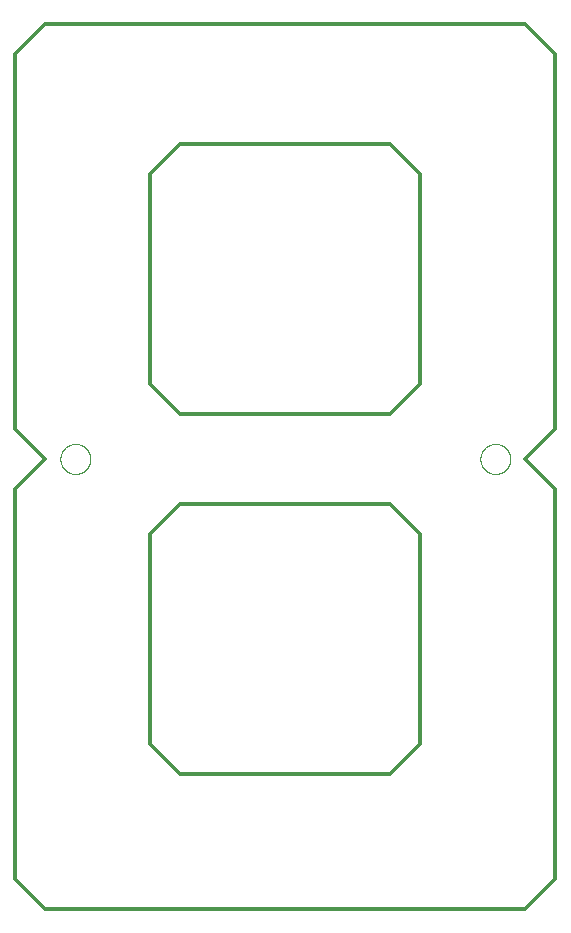
<source format=gm1>
G75*
%MOIN*%
%OFA0B0*%
%FSLAX25Y25*%
%IPPOS*%
%LPD*%
%AMOC8*
5,1,8,0,0,1.08239X$1,22.5*
%
%ADD10C,0.01200*%
%ADD11C,0.00000*%
D10*
X0026600Y0021600D02*
X0016600Y0031600D01*
X0016600Y0161600D01*
X0026600Y0171600D01*
X0016600Y0181600D01*
X0016600Y0306600D01*
X0026600Y0316600D01*
X0186600Y0316600D01*
X0196600Y0306600D01*
X0196600Y0181600D01*
X0186600Y0171600D01*
X0196600Y0161600D01*
X0196600Y0031600D01*
X0186600Y0021600D01*
X0026600Y0021600D01*
X0071600Y0066600D02*
X0061600Y0076600D01*
X0061600Y0146600D01*
X0071600Y0156600D01*
X0141600Y0156600D01*
X0151600Y0146600D01*
X0151600Y0076600D01*
X0141600Y0066600D01*
X0071600Y0066600D01*
X0071600Y0186600D02*
X0061600Y0196600D01*
X0061600Y0266600D01*
X0071600Y0276600D01*
X0141600Y0276600D01*
X0151600Y0266600D01*
X0151600Y0196600D01*
X0141600Y0186600D01*
X0071600Y0186600D01*
D11*
X0031600Y0171600D02*
X0031602Y0171741D01*
X0031608Y0171882D01*
X0031618Y0172022D01*
X0031632Y0172162D01*
X0031650Y0172302D01*
X0031671Y0172441D01*
X0031697Y0172580D01*
X0031726Y0172718D01*
X0031760Y0172854D01*
X0031797Y0172990D01*
X0031838Y0173125D01*
X0031883Y0173259D01*
X0031932Y0173391D01*
X0031984Y0173522D01*
X0032040Y0173651D01*
X0032100Y0173778D01*
X0032163Y0173904D01*
X0032229Y0174028D01*
X0032300Y0174151D01*
X0032373Y0174271D01*
X0032450Y0174389D01*
X0032530Y0174505D01*
X0032614Y0174618D01*
X0032700Y0174729D01*
X0032790Y0174838D01*
X0032883Y0174944D01*
X0032978Y0175047D01*
X0033077Y0175148D01*
X0033178Y0175246D01*
X0033282Y0175341D01*
X0033389Y0175433D01*
X0033498Y0175522D01*
X0033610Y0175607D01*
X0033724Y0175690D01*
X0033840Y0175770D01*
X0033959Y0175846D01*
X0034080Y0175918D01*
X0034202Y0175988D01*
X0034327Y0176053D01*
X0034453Y0176116D01*
X0034581Y0176174D01*
X0034711Y0176229D01*
X0034842Y0176281D01*
X0034975Y0176328D01*
X0035109Y0176372D01*
X0035244Y0176413D01*
X0035380Y0176449D01*
X0035517Y0176481D01*
X0035655Y0176510D01*
X0035793Y0176535D01*
X0035933Y0176555D01*
X0036073Y0176572D01*
X0036213Y0176585D01*
X0036354Y0176594D01*
X0036494Y0176599D01*
X0036635Y0176600D01*
X0036776Y0176597D01*
X0036917Y0176590D01*
X0037057Y0176579D01*
X0037197Y0176564D01*
X0037337Y0176545D01*
X0037476Y0176523D01*
X0037614Y0176496D01*
X0037752Y0176466D01*
X0037888Y0176431D01*
X0038024Y0176393D01*
X0038158Y0176351D01*
X0038292Y0176305D01*
X0038424Y0176256D01*
X0038554Y0176202D01*
X0038683Y0176145D01*
X0038810Y0176085D01*
X0038936Y0176021D01*
X0039059Y0175953D01*
X0039181Y0175882D01*
X0039301Y0175808D01*
X0039418Y0175730D01*
X0039533Y0175649D01*
X0039646Y0175565D01*
X0039757Y0175478D01*
X0039865Y0175387D01*
X0039970Y0175294D01*
X0040073Y0175197D01*
X0040173Y0175098D01*
X0040270Y0174996D01*
X0040364Y0174891D01*
X0040455Y0174784D01*
X0040543Y0174674D01*
X0040628Y0174562D01*
X0040710Y0174447D01*
X0040789Y0174330D01*
X0040864Y0174211D01*
X0040936Y0174090D01*
X0041004Y0173967D01*
X0041069Y0173842D01*
X0041131Y0173715D01*
X0041188Y0173586D01*
X0041243Y0173456D01*
X0041293Y0173325D01*
X0041340Y0173192D01*
X0041383Y0173058D01*
X0041422Y0172922D01*
X0041457Y0172786D01*
X0041489Y0172649D01*
X0041516Y0172511D01*
X0041540Y0172372D01*
X0041560Y0172232D01*
X0041576Y0172092D01*
X0041588Y0171952D01*
X0041596Y0171811D01*
X0041600Y0171670D01*
X0041600Y0171530D01*
X0041596Y0171389D01*
X0041588Y0171248D01*
X0041576Y0171108D01*
X0041560Y0170968D01*
X0041540Y0170828D01*
X0041516Y0170689D01*
X0041489Y0170551D01*
X0041457Y0170414D01*
X0041422Y0170278D01*
X0041383Y0170142D01*
X0041340Y0170008D01*
X0041293Y0169875D01*
X0041243Y0169744D01*
X0041188Y0169614D01*
X0041131Y0169485D01*
X0041069Y0169358D01*
X0041004Y0169233D01*
X0040936Y0169110D01*
X0040864Y0168989D01*
X0040789Y0168870D01*
X0040710Y0168753D01*
X0040628Y0168638D01*
X0040543Y0168526D01*
X0040455Y0168416D01*
X0040364Y0168309D01*
X0040270Y0168204D01*
X0040173Y0168102D01*
X0040073Y0168003D01*
X0039970Y0167906D01*
X0039865Y0167813D01*
X0039757Y0167722D01*
X0039646Y0167635D01*
X0039533Y0167551D01*
X0039418Y0167470D01*
X0039301Y0167392D01*
X0039181Y0167318D01*
X0039059Y0167247D01*
X0038936Y0167179D01*
X0038810Y0167115D01*
X0038683Y0167055D01*
X0038554Y0166998D01*
X0038424Y0166944D01*
X0038292Y0166895D01*
X0038158Y0166849D01*
X0038024Y0166807D01*
X0037888Y0166769D01*
X0037752Y0166734D01*
X0037614Y0166704D01*
X0037476Y0166677D01*
X0037337Y0166655D01*
X0037197Y0166636D01*
X0037057Y0166621D01*
X0036917Y0166610D01*
X0036776Y0166603D01*
X0036635Y0166600D01*
X0036494Y0166601D01*
X0036354Y0166606D01*
X0036213Y0166615D01*
X0036073Y0166628D01*
X0035933Y0166645D01*
X0035793Y0166665D01*
X0035655Y0166690D01*
X0035517Y0166719D01*
X0035380Y0166751D01*
X0035244Y0166787D01*
X0035109Y0166828D01*
X0034975Y0166872D01*
X0034842Y0166919D01*
X0034711Y0166971D01*
X0034581Y0167026D01*
X0034453Y0167084D01*
X0034327Y0167147D01*
X0034202Y0167212D01*
X0034080Y0167282D01*
X0033959Y0167354D01*
X0033840Y0167430D01*
X0033724Y0167510D01*
X0033610Y0167593D01*
X0033498Y0167678D01*
X0033389Y0167767D01*
X0033282Y0167859D01*
X0033178Y0167954D01*
X0033077Y0168052D01*
X0032978Y0168153D01*
X0032883Y0168256D01*
X0032790Y0168362D01*
X0032700Y0168471D01*
X0032614Y0168582D01*
X0032530Y0168695D01*
X0032450Y0168811D01*
X0032373Y0168929D01*
X0032300Y0169049D01*
X0032229Y0169172D01*
X0032163Y0169296D01*
X0032100Y0169422D01*
X0032040Y0169549D01*
X0031984Y0169678D01*
X0031932Y0169809D01*
X0031883Y0169941D01*
X0031838Y0170075D01*
X0031797Y0170210D01*
X0031760Y0170346D01*
X0031726Y0170482D01*
X0031697Y0170620D01*
X0031671Y0170759D01*
X0031650Y0170898D01*
X0031632Y0171038D01*
X0031618Y0171178D01*
X0031608Y0171318D01*
X0031602Y0171459D01*
X0031600Y0171600D01*
X0171600Y0171600D02*
X0171602Y0171741D01*
X0171608Y0171882D01*
X0171618Y0172022D01*
X0171632Y0172162D01*
X0171650Y0172302D01*
X0171671Y0172441D01*
X0171697Y0172580D01*
X0171726Y0172718D01*
X0171760Y0172854D01*
X0171797Y0172990D01*
X0171838Y0173125D01*
X0171883Y0173259D01*
X0171932Y0173391D01*
X0171984Y0173522D01*
X0172040Y0173651D01*
X0172100Y0173778D01*
X0172163Y0173904D01*
X0172229Y0174028D01*
X0172300Y0174151D01*
X0172373Y0174271D01*
X0172450Y0174389D01*
X0172530Y0174505D01*
X0172614Y0174618D01*
X0172700Y0174729D01*
X0172790Y0174838D01*
X0172883Y0174944D01*
X0172978Y0175047D01*
X0173077Y0175148D01*
X0173178Y0175246D01*
X0173282Y0175341D01*
X0173389Y0175433D01*
X0173498Y0175522D01*
X0173610Y0175607D01*
X0173724Y0175690D01*
X0173840Y0175770D01*
X0173959Y0175846D01*
X0174080Y0175918D01*
X0174202Y0175988D01*
X0174327Y0176053D01*
X0174453Y0176116D01*
X0174581Y0176174D01*
X0174711Y0176229D01*
X0174842Y0176281D01*
X0174975Y0176328D01*
X0175109Y0176372D01*
X0175244Y0176413D01*
X0175380Y0176449D01*
X0175517Y0176481D01*
X0175655Y0176510D01*
X0175793Y0176535D01*
X0175933Y0176555D01*
X0176073Y0176572D01*
X0176213Y0176585D01*
X0176354Y0176594D01*
X0176494Y0176599D01*
X0176635Y0176600D01*
X0176776Y0176597D01*
X0176917Y0176590D01*
X0177057Y0176579D01*
X0177197Y0176564D01*
X0177337Y0176545D01*
X0177476Y0176523D01*
X0177614Y0176496D01*
X0177752Y0176466D01*
X0177888Y0176431D01*
X0178024Y0176393D01*
X0178158Y0176351D01*
X0178292Y0176305D01*
X0178424Y0176256D01*
X0178554Y0176202D01*
X0178683Y0176145D01*
X0178810Y0176085D01*
X0178936Y0176021D01*
X0179059Y0175953D01*
X0179181Y0175882D01*
X0179301Y0175808D01*
X0179418Y0175730D01*
X0179533Y0175649D01*
X0179646Y0175565D01*
X0179757Y0175478D01*
X0179865Y0175387D01*
X0179970Y0175294D01*
X0180073Y0175197D01*
X0180173Y0175098D01*
X0180270Y0174996D01*
X0180364Y0174891D01*
X0180455Y0174784D01*
X0180543Y0174674D01*
X0180628Y0174562D01*
X0180710Y0174447D01*
X0180789Y0174330D01*
X0180864Y0174211D01*
X0180936Y0174090D01*
X0181004Y0173967D01*
X0181069Y0173842D01*
X0181131Y0173715D01*
X0181188Y0173586D01*
X0181243Y0173456D01*
X0181293Y0173325D01*
X0181340Y0173192D01*
X0181383Y0173058D01*
X0181422Y0172922D01*
X0181457Y0172786D01*
X0181489Y0172649D01*
X0181516Y0172511D01*
X0181540Y0172372D01*
X0181560Y0172232D01*
X0181576Y0172092D01*
X0181588Y0171952D01*
X0181596Y0171811D01*
X0181600Y0171670D01*
X0181600Y0171530D01*
X0181596Y0171389D01*
X0181588Y0171248D01*
X0181576Y0171108D01*
X0181560Y0170968D01*
X0181540Y0170828D01*
X0181516Y0170689D01*
X0181489Y0170551D01*
X0181457Y0170414D01*
X0181422Y0170278D01*
X0181383Y0170142D01*
X0181340Y0170008D01*
X0181293Y0169875D01*
X0181243Y0169744D01*
X0181188Y0169614D01*
X0181131Y0169485D01*
X0181069Y0169358D01*
X0181004Y0169233D01*
X0180936Y0169110D01*
X0180864Y0168989D01*
X0180789Y0168870D01*
X0180710Y0168753D01*
X0180628Y0168638D01*
X0180543Y0168526D01*
X0180455Y0168416D01*
X0180364Y0168309D01*
X0180270Y0168204D01*
X0180173Y0168102D01*
X0180073Y0168003D01*
X0179970Y0167906D01*
X0179865Y0167813D01*
X0179757Y0167722D01*
X0179646Y0167635D01*
X0179533Y0167551D01*
X0179418Y0167470D01*
X0179301Y0167392D01*
X0179181Y0167318D01*
X0179059Y0167247D01*
X0178936Y0167179D01*
X0178810Y0167115D01*
X0178683Y0167055D01*
X0178554Y0166998D01*
X0178424Y0166944D01*
X0178292Y0166895D01*
X0178158Y0166849D01*
X0178024Y0166807D01*
X0177888Y0166769D01*
X0177752Y0166734D01*
X0177614Y0166704D01*
X0177476Y0166677D01*
X0177337Y0166655D01*
X0177197Y0166636D01*
X0177057Y0166621D01*
X0176917Y0166610D01*
X0176776Y0166603D01*
X0176635Y0166600D01*
X0176494Y0166601D01*
X0176354Y0166606D01*
X0176213Y0166615D01*
X0176073Y0166628D01*
X0175933Y0166645D01*
X0175793Y0166665D01*
X0175655Y0166690D01*
X0175517Y0166719D01*
X0175380Y0166751D01*
X0175244Y0166787D01*
X0175109Y0166828D01*
X0174975Y0166872D01*
X0174842Y0166919D01*
X0174711Y0166971D01*
X0174581Y0167026D01*
X0174453Y0167084D01*
X0174327Y0167147D01*
X0174202Y0167212D01*
X0174080Y0167282D01*
X0173959Y0167354D01*
X0173840Y0167430D01*
X0173724Y0167510D01*
X0173610Y0167593D01*
X0173498Y0167678D01*
X0173389Y0167767D01*
X0173282Y0167859D01*
X0173178Y0167954D01*
X0173077Y0168052D01*
X0172978Y0168153D01*
X0172883Y0168256D01*
X0172790Y0168362D01*
X0172700Y0168471D01*
X0172614Y0168582D01*
X0172530Y0168695D01*
X0172450Y0168811D01*
X0172373Y0168929D01*
X0172300Y0169049D01*
X0172229Y0169172D01*
X0172163Y0169296D01*
X0172100Y0169422D01*
X0172040Y0169549D01*
X0171984Y0169678D01*
X0171932Y0169809D01*
X0171883Y0169941D01*
X0171838Y0170075D01*
X0171797Y0170210D01*
X0171760Y0170346D01*
X0171726Y0170482D01*
X0171697Y0170620D01*
X0171671Y0170759D01*
X0171650Y0170898D01*
X0171632Y0171038D01*
X0171618Y0171178D01*
X0171608Y0171318D01*
X0171602Y0171459D01*
X0171600Y0171600D01*
M02*

</source>
